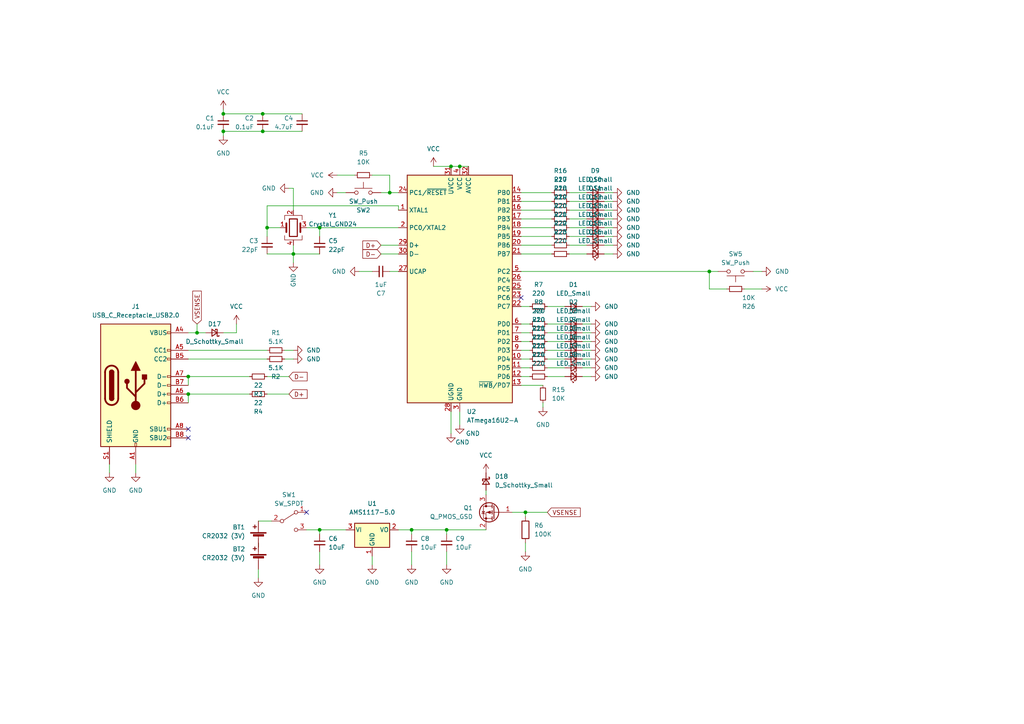
<source format=kicad_sch>
(kicad_sch (version 20211123) (generator eeschema)
  (paper "A4")
  (lib_symbols
    (symbol "Battery_Cell_1" (pin_numbers hide) (pin_names (offset 0) hide)
      (property "Reference" "BT" (at 2.54 2.54 0))
      (property "Value" "Battery_Cell_1" (at 2.54 0 0))
      (symbol "Battery_Cell_1_0_1"
        (rectangle (start -2.286 1.778) (end 2.286 1.524) (fill (type outline)))
        (rectangle (start -1.5748 1.1938) (end 1.4732 0.6858) (fill (type outline)))
        (polyline (pts (xy 0 0.762) (xy 0 0)))
        (polyline (pts (xy 0 1.778) (xy 0 2.54)))
        (polyline (pts (xy 0.508 3.429) (xy 1.524 3.429)) (stroke (width 0.254)))
        (polyline (pts (xy 1.016 3.937) (xy 1.016 2.921)) (stroke (width 0.254)))
      )
      (symbol "Battery_Cell_1_1_1"
        (pin passive line (at 0 5.08 270) (length 2.54) (name "+") (number "1"))
        (pin passive line (at 0 -2.54 90) (length 2.54) (name "-") (number "2"))
      )
    )
    (symbol "Connector:USB_C_Receptacle_USB2.0" (pin_names (offset 1.016))
      (property "Reference" "J" (at -10.16 19.05 0))
      (property "Value" "USB_C_Receptacle_USB2.0" (at 19.05 19.05 0))
      (symbol "USB_C_Receptacle_USB2.0_0_0"
        (rectangle (start -0.254 -17.78) (end 0.254 -16.764))
        (rectangle (start 10.16 -14.986) (end 9.144 -15.494))
        (rectangle (start 10.16 -12.446) (end 9.144 -12.954))
        (rectangle (start 10.16 -4.826) (end 9.144 -5.334))
        (rectangle (start 10.16 -2.286) (end 9.144 -2.794))
        (rectangle (start 10.16 0.254) (end 9.144 -0.254))
        (rectangle (start 10.16 2.794) (end 9.144 2.286))
        (rectangle (start 10.16 7.874) (end 9.144 7.366))
        (rectangle (start 10.16 10.414) (end 9.144 9.906))
        (rectangle (start 10.16 15.494) (end 9.144 14.986))
      )
      (symbol "USB_C_Receptacle_USB2.0_0_1"
        (rectangle (start -10.16 17.78) (end 10.16 -17.78) (stroke (width 0.254)) (fill (type background)))
        (arc (start -8.89 -3.81) (mid -6.985 -5.715) (end -5.08 -3.81) (stroke (width 0.508)))
        (arc (start -7.62 -3.81) (mid -6.985 -4.445) (end -6.35 -3.81) (stroke (width 0.254)))
        (arc (start -7.62 -3.81) (mid -6.985 -4.445) (end -6.35 -3.81) (stroke (width 0.254)) (fill (type outline)))
        (rectangle (start -7.62 -3.81) (end -6.35 3.81) (stroke (width 0.254)) (fill (type outline)))
        (arc (start -6.35 3.81) (mid -6.985 4.445) (end -7.62 3.81) (stroke (width 0.254)))
        (arc (start -6.35 3.81) (mid -6.985 4.445) (end -7.62 3.81) (stroke (width 0.254)) (fill (type outline)))
        (arc (start -5.08 3.81) (mid -6.985 5.715) (end -8.89 3.81) (stroke (width 0.508)))
        (circle (center -2.54 1.143) (radius 0.635) (stroke (width 0.254)) (fill (type outline)))
        (circle (center 0 -5.842) (radius 1.27) (fill (type outline)))
        (polyline (pts (xy -8.89 -3.81) (xy -8.89 3.81)) (stroke (width 0.508)))
        (polyline (pts (xy -5.08 3.81) (xy -5.08 -3.81)) (stroke (width 0.508)))
        (polyline (pts (xy 0 -5.842) (xy 0 4.318)) (stroke (width 0.508)))
        (polyline (pts (xy 0 -3.302) (xy -2.54 -0.762) (xy -2.54 0.508)) (stroke (width 0.508)))
        (polyline (pts (xy 0 -2.032) (xy 2.54 0.508) (xy 2.54 1.778)) (stroke (width 0.508)))
        (polyline (pts (xy -1.27 4.318) (xy 0 6.858) (xy 1.27 4.318) (xy -1.27 4.318)) (stroke (width 0.254)) (fill (type outline)))
        (rectangle (start 1.905 1.778) (end 3.175 3.048) (stroke (width 0.254)) (fill (type outline)))
      )
      (symbol "USB_C_Receptacle_USB2.0_1_1"
        (pin passive line (at 0 -22.86 90) (length 5.08) (name "GND") (number "A1"))
        (pin passive line (at 0 -22.86 90) (length 5.08) hide (name "GND") (number "A12"))
        (pin passive line (at 15.24 15.24 180) (length 5.08) (name "VBUS") (number "A4"))
        (pin bidirectional line (at 15.24 10.16 180) (length 5.08) (name "CC1") (number "A5"))
        (pin bidirectional line (at 15.24 -2.54 180) (length 5.08) (name "D+") (number "A6"))
        (pin bidirectional line (at 15.24 2.54 180) (length 5.08) (name "D-") (number "A7"))
        (pin bidirectional line (at 15.24 -12.7 180) (length 5.08) (name "SBU1") (number "A8"))
        (pin passive line (at 15.24 15.24 180) (length 5.08) hide (name "VBUS") (number "A9"))
        (pin passive line (at 0 -22.86 90) (length 5.08) hide (name "GND") (number "B1"))
        (pin passive line (at 0 -22.86 90) (length 5.08) hide (name "GND") (number "B12"))
        (pin passive line (at 15.24 15.24 180) (length 5.08) hide (name "VBUS") (number "B4"))
        (pin bidirectional line (at 15.24 7.62 180) (length 5.08) (name "CC2") (number "B5"))
        (pin bidirectional line (at 15.24 -5.08 180) (length 5.08) (name "D+") (number "B6"))
        (pin bidirectional line (at 15.24 0 180) (length 5.08) (name "D-") (number "B7"))
        (pin bidirectional line (at 15.24 -15.24 180) (length 5.08) (name "SBU2") (number "B8"))
        (pin passive line (at 15.24 15.24 180) (length 5.08) hide (name "VBUS") (number "B9"))
        (pin passive line (at -7.62 -22.86 90) (length 5.08) (name "SHIELD") (number "S1"))
      )
    )
    (symbol "Device:Battery_Cell" (pin_numbers hide) (pin_names (offset 0) hide)
      (property "Reference" "BT" (at 2.54 2.54 0))
      (property "Value" "Battery_Cell" (at 2.54 0 0))
      (symbol "Battery_Cell_0_1"
        (rectangle (start -2.286 1.778) (end 2.286 1.524) (fill (type outline)))
        (rectangle (start -1.5748 1.1938) (end 1.4732 0.6858) (fill (type outline)))
        (polyline (pts (xy 0 0.762) (xy 0 0)))
        (polyline (pts (xy 0 1.778) (xy 0 2.54)))
        (polyline (pts (xy 0.508 3.429) (xy 1.524 3.429)) (stroke (width 0.254)))
        (polyline (pts (xy 1.016 3.937) (xy 1.016 2.921)) (stroke (width 0.254)))
      )
      (symbol "Battery_Cell_1_1"
        (pin passive line (at 0 5.08 270) (length 2.54) (name "+") (number "1"))
        (pin passive line (at 0 -2.54 90) (length 2.54) (name "-") (number "2"))
      )
    )
    (symbol "Device:C_Small" (pin_numbers hide) (pin_names (offset 0.254) hide)
      (property "Reference" "C" (at 0.254 1.778 0))
      (property "Value" "C_Small" (at 0.254 -2.032 0))
      (symbol "C_Small_0_1"
        (polyline (pts (xy -1.524 -0.508) (xy 1.524 -0.508)) (stroke (width 0.3302)))
        (polyline (pts (xy -1.524 0.508) (xy 1.524 0.508)) (stroke (width 0.3048)))
      )
      (symbol "C_Small_1_1"
        (pin passive line (at 0 2.54 270) (length 2.032) (name "~") (number "1"))
        (pin passive line (at 0 -2.54 90) (length 2.032) (name "~") (number "2"))
      )
    )
    (symbol "Device:Crystal_GND24" (pin_names (offset 1.016) hide)
      (property "Reference" "Y" (at 3.175 5.08 0))
      (property "Value" "Crystal_GND24" (at 3.175 3.175 0))
      (symbol "Crystal_GND24_0_1"
        (rectangle (start -1.143 2.54) (end 1.143 -2.54) (stroke (width 0.3048)))
        (polyline (pts (xy -2.54 0) (xy -2.032 0)))
        (polyline (pts (xy -2.032 -1.27) (xy -2.032 1.27)) (stroke (width 0.508)))
        (polyline (pts (xy 0 -3.81) (xy 0 -3.556)))
        (polyline (pts (xy 0 3.556) (xy 0 3.81)))
        (polyline (pts (xy 2.032 -1.27) (xy 2.032 1.27)) (stroke (width 0.508)))
        (polyline (pts (xy 2.032 0) (xy 2.54 0)))
        (polyline (pts (xy -2.54 -2.286) (xy -2.54 -3.556) (xy 2.54 -3.556) (xy 2.54 -2.286)))
        (polyline (pts (xy -2.54 2.286) (xy -2.54 3.556) (xy 2.54 3.556) (xy 2.54 2.286)))
      )
      (symbol "Crystal_GND24_1_1"
        (pin passive line (at -3.81 0 0) (length 1.27) (name "1") (number "1"))
        (pin passive line (at 0 5.08 270) (length 1.27) (name "2") (number "2"))
        (pin passive line (at 3.81 0 180) (length 1.27) (name "3") (number "3"))
        (pin passive line (at 0 -5.08 90) (length 1.27) (name "4") (number "4"))
      )
    )
    (symbol "Device:D_Schottky_Small" (pin_numbers hide) (pin_names (offset 0.254) hide)
      (property "Reference" "D" (at -1.27 2.032 0))
      (property "Value" "D_Schottky_Small" (at -7.112 -2.032 0))
      (symbol "D_Schottky_Small_0_1"
        (polyline (pts (xy -0.762 0) (xy 0.762 0)))
        (polyline (pts (xy 0.762 -1.016) (xy -0.762 0) (xy 0.762 1.016) (xy 0.762 -1.016)) (stroke (width 0.254)))
        (polyline (pts (xy -1.27 0.762) (xy -1.27 1.016) (xy -0.762 1.016) (xy -0.762 -1.016) (xy -0.254 -1.016) (xy -0.254 -0.762)) (stroke (width 0.254)))
      )
      (symbol "D_Schottky_Small_1_1"
        (pin passive line (at -2.54 0 0) (length 1.778) (name "K") (number "1"))
        (pin passive line (at 2.54 0 180) (length 1.778) (name "A") (number "2"))
      )
    )
    (symbol "Device:LED_Small" (pin_numbers hide) (pin_names (offset 0.254) hide)
      (property "Reference" "D" (at -1.27 3.175 0))
      (property "Value" "LED_Small" (at -4.445 -2.54 0))
      (symbol "LED_Small_0_1"
        (polyline (pts (xy -0.762 -1.016) (xy -0.762 1.016)) (stroke (width 0.254)))
        (polyline (pts (xy 1.016 0) (xy -0.762 0)))
        (polyline (pts (xy 0.762 -1.016) (xy -0.762 0) (xy 0.762 1.016) (xy 0.762 -1.016)) (stroke (width 0.254)))
        (polyline (pts (xy 0 0.762) (xy -0.508 1.27) (xy -0.254 1.27) (xy -0.508 1.27) (xy -0.508 1.016)))
        (polyline (pts (xy 0.508 1.27) (xy 0 1.778) (xy 0.254 1.778) (xy 0 1.778) (xy 0 1.524)))
      )
      (symbol "LED_Small_1_1"
        (pin passive line (at -2.54 0 0) (length 1.778) (name "K") (number "1"))
        (pin passive line (at 2.54 0 180) (length 1.778) (name "A") (number "2"))
      )
    )
    (symbol "Device:Q_PMOS_GSD" (pin_names (offset 0) hide)
      (property "Reference" "Q" (at 5.08 1.27 0))
      (property "Value" "Q_PMOS_GSD" (at 5.08 -1.27 0))
      (symbol "Q_PMOS_GSD_0_1"
        (polyline (pts (xy 0.254 0) (xy -2.54 0)))
        (polyline (pts (xy 0.254 1.905) (xy 0.254 -1.905)) (stroke (width 0.254)))
        (polyline (pts (xy 0.762 -1.27) (xy 0.762 -2.286)) (stroke (width 0.254)))
        (polyline (pts (xy 0.762 0.508) (xy 0.762 -0.508)) (stroke (width 0.254)))
        (polyline (pts (xy 0.762 2.286) (xy 0.762 1.27)) (stroke (width 0.254)))
        (polyline (pts (xy 2.54 2.54) (xy 2.54 1.778)))
        (polyline (pts (xy 2.54 -2.54) (xy 2.54 0) (xy 0.762 0)))
        (polyline (pts (xy 0.762 1.778) (xy 3.302 1.778) (xy 3.302 -1.778) (xy 0.762 -1.778)))
        (polyline (pts (xy 2.286 0) (xy 1.27 0.381) (xy 1.27 -0.381) (xy 2.286 0)) (fill (type outline)))
        (polyline (pts (xy 2.794 -0.508) (xy 2.921 -0.381) (xy 3.683 -0.381) (xy 3.81 -0.254)))
        (polyline (pts (xy 3.302 -0.381) (xy 2.921 0.254) (xy 3.683 0.254) (xy 3.302 -0.381)))
        (circle (center 1.651 0) (radius 2.794) (stroke (width 0.254)))
        (circle (center 2.54 -1.778) (radius 0.254) (fill (type outline)))
        (circle (center 2.54 1.778) (radius 0.254) (fill (type outline)))
      )
      (symbol "Q_PMOS_GSD_1_1"
        (pin input line (at -5.08 0 0) (length 2.54) (name "G") (number "1"))
        (pin passive line (at 2.54 -5.08 90) (length 2.54) (name "S") (number "2"))
        (pin passive line (at 2.54 5.08 270) (length 2.54) (name "D") (number "3"))
      )
    )
    (symbol "Device:R" (pin_numbers hide) (pin_names (offset 0))
      (property "Reference" "R" (at 2.032 0 90))
      (property "Value" "R" (at 0 0 90))
      (symbol "R_0_1"
        (rectangle (start -1.016 -2.54) (end 1.016 2.54) (stroke (width 0.254)))
      )
      (symbol "R_1_1"
        (pin passive line (at 0 3.81 270) (length 1.27) (name "~") (number "1"))
        (pin passive line (at 0 -3.81 90) (length 1.27) (name "~") (number "2"))
      )
    )
    (symbol "Device:R_Small" (pin_numbers hide) (pin_names (offset 0.254) hide)
      (property "Reference" "R" (at 0.762 0.508 0))
      (property "Value" "R_Small" (at 0.762 -1.016 0))
      (symbol "R_Small_0_1"
        (rectangle (start -0.762 1.778) (end 0.762 -1.778) (stroke (width 0.2032)))
      )
      (symbol "R_Small_1_1"
        (pin passive line (at 0 2.54 270) (length 0.762) (name "~") (number "1"))
        (pin passive line (at 0 -2.54 90) (length 0.762) (name "~") (number "2"))
      )
    )
    (symbol "MCU_Microchip_ATmega:ATmega16U2-A"
      (property "Reference" "U" (at -15.24 34.29 0))
      (property "Value" "ATmega16U2-A" (at 2.54 -34.29 0))
      (symbol "ATmega16U2-A_0_1"
        (rectangle (start -15.24 -33.02) (end 15.24 33.02) (stroke (width 0.254)) (fill (type background)))
      )
      (symbol "ATmega16U2-A_1_1"
        (pin input line (at -17.78 22.86 0) (length 2.54) (name "XTAL1") (number "1"))
        (pin bidirectional line (at 17.78 -20.32 180) (length 2.54) (name "PD4") (number "10"))
        (pin bidirectional line (at 17.78 -22.86 180) (length 2.54) (name "PD5") (number "11"))
        (pin bidirectional line (at 17.78 -25.4 180) (length 2.54) (name "PD6") (number "12"))
        (pin bidirectional line (at 17.78 -27.94 180) (length 2.54) (name "~{HWB}/PD7") (number "13"))
        (pin bidirectional line (at 17.78 27.94 180) (length 2.54) (name "PB0") (number "14"))
        (pin bidirectional line (at 17.78 25.4 180) (length 2.54) (name "PB1") (number "15"))
        (pin bidirectional line (at 17.78 22.86 180) (length 2.54) (name "PB2") (number "16"))
        (pin bidirectional line (at 17.78 20.32 180) (length 2.54) (name "PB3") (number "17"))
        (pin bidirectional line (at 17.78 17.78 180) (length 2.54) (name "PB4") (number "18"))
        (pin bidirectional line (at 17.78 15.24 180) (length 2.54) (name "PB5") (number "19"))
        (pin bidirectional line (at -17.78 17.78 0) (length 2.54) (name "PC0/XTAL2") (number "2"))
        (pin bidirectional line (at 17.78 12.7 180) (length 2.54) (name "PB6") (number "20"))
        (pin bidirectional line (at 17.78 10.16 180) (length 2.54) (name "PB7") (number "21"))
        (pin bidirectional line (at 17.78 -5.08 180) (length 2.54) (name "PC7") (number "22"))
        (pin bidirectional line (at 17.78 -2.54 180) (length 2.54) (name "PC6") (number "23"))
        (pin bidirectional line (at -17.78 27.94 0) (length 2.54) (name "PC1/~{RESET}") (number "24"))
        (pin bidirectional line (at 17.78 0 180) (length 2.54) (name "PC5") (number "25"))
        (pin bidirectional line (at 17.78 2.54 180) (length 2.54) (name "PC4") (number "26"))
        (pin passive line (at -17.78 5.08 0) (length 2.54) (name "UCAP") (number "27"))
        (pin power_in line (at -2.54 -35.56 90) (length 2.54) (name "UGND") (number "28"))
        (pin bidirectional line (at -17.78 12.7 0) (length 2.54) (name "D+") (number "29"))
        (pin power_in line (at 0 -35.56 90) (length 2.54) (name "GND") (number "3"))
        (pin bidirectional line (at -17.78 10.16 0) (length 2.54) (name "D-") (number "30"))
        (pin power_in line (at -2.54 35.56 270) (length 2.54) (name "UVCC") (number "31"))
        (pin power_in line (at 2.54 35.56 270) (length 2.54) (name "AVCC") (number "32"))
        (pin power_in line (at 0 35.56 270) (length 2.54) (name "VCC") (number "4"))
        (pin bidirectional line (at 17.78 5.08 180) (length 2.54) (name "PC2") (number "5"))
        (pin bidirectional line (at 17.78 -10.16 180) (length 2.54) (name "PD0") (number "6"))
        (pin bidirectional line (at 17.78 -12.7 180) (length 2.54) (name "PD1") (number "7"))
        (pin bidirectional line (at 17.78 -15.24 180) (length 2.54) (name "PD2") (number "8"))
        (pin bidirectional line (at 17.78 -17.78 180) (length 2.54) (name "PD3") (number "9"))
      )
    )
    (symbol "Regulator_Linear:AMS1117-5.0" (pin_names (offset 0.254))
      (property "Reference" "U" (at -3.81 3.175 0))
      (property "Value" "AMS1117-5.0" (at 0 3.175 0))
      (symbol "AMS1117-5.0_0_1"
        (rectangle (start -5.08 -5.08) (end 5.08 1.905) (stroke (width 0.254)) (fill (type background)))
      )
      (symbol "AMS1117-5.0_1_1"
        (pin power_in line (at 0 -7.62 90) (length 2.54) (name "GND") (number "1"))
        (pin power_out line (at 7.62 0 180) (length 2.54) (name "VO") (number "2"))
        (pin power_in line (at -7.62 0 0) (length 2.54) (name "VI") (number "3"))
      )
    )
    (symbol "SW_Push_1" (pin_numbers hide) (pin_names (offset 1.016) hide)
      (property "Reference" "SW" (at 1.27 2.54 0))
      (property "Value" "SW_Push_1" (at 0 -1.524 0))
      (symbol "SW_Push_1_0_1"
        (circle (center -2.032 0) (radius 0.508))
        (polyline (pts (xy 0 1.27) (xy 0 3.048)))
        (polyline (pts (xy 2.54 1.27) (xy -2.54 1.27)))
        (circle (center 2.032 0) (radius 0.508))
        (pin passive line (at -5.08 0 0) (length 2.54) (name "1") (number "1"))
        (pin passive line (at 5.08 0 180) (length 2.54) (name "2") (number "2"))
      )
    )
    (symbol "Switch:SW_Push" (pin_numbers hide) (pin_names (offset 1.016) hide)
      (property "Reference" "SW" (at 1.27 2.54 0))
      (property "Value" "SW_Push" (at 0 -1.524 0))
      (symbol "SW_Push_0_1"
        (circle (center -2.032 0) (radius 0.508))
        (polyline (pts (xy 0 1.27) (xy 0 3.048)))
        (polyline (pts (xy 2.54 1.27) (xy -2.54 1.27)))
        (circle (center 2.032 0) (radius 0.508))
        (pin passive line (at -5.08 0 0) (length 2.54) (name "1") (number "1"))
        (pin passive line (at 5.08 0 180) (length 2.54) (name "2") (number "2"))
      )
    )
    (symbol "Switch:SW_SPDT" (pin_names (offset 0) hide)
      (property "Reference" "SW" (at 0 4.318 0))
      (property "Value" "SW_SPDT" (at 0 -5.08 0))
      (symbol "SW_SPDT_0_0"
        (circle (center -2.032 0) (radius 0.508))
        (circle (center 2.032 -2.54) (radius 0.508))
      )
      (symbol "SW_SPDT_0_1"
        (polyline (pts (xy -1.524 0.254) (xy 1.651 2.286)))
        (circle (center 2.032 2.54) (radius 0.508))
      )
      (symbol "SW_SPDT_1_1"
        (pin passive line (at 5.08 2.54 180) (length 2.54) (name "A") (number "1"))
        (pin passive line (at -5.08 0 0) (length 2.54) (name "B") (number "2"))
        (pin passive line (at 5.08 -2.54 180) (length 2.54) (name "C") (number "3"))
      )
    )
    (symbol "power:GND" (power) (pin_names (offset 0))
      (property "Value" "GND" (at 0 -3.81 0))
      (symbol "GND_0_1"
        (polyline (pts (xy 0 0) (xy 0 -1.27) (xy 1.27 -1.27) (xy 0 -2.54) (xy -1.27 -1.27) (xy 0 -1.27)))
      )
      (symbol "GND_1_1"
        (pin power_in line (at 0 0 270) (length 0) hide (name "GND") (number "1"))
      )
    )
    (symbol "power:VCC" (power) (pin_names (offset 0))
      (property "Value" "VCC" (at 0 3.81 0))
      (symbol "VCC_0_1"
        (polyline (pts (xy -0.762 1.27) (xy 0 2.54)))
        (polyline (pts (xy 0 0) (xy 0 2.54)))
        (polyline (pts (xy 0 2.54) (xy 0.762 1.27)))
      )
      (symbol "VCC_1_1"
        (pin power_in line (at 0 0 90) (length 0) hide (name "VCC") (number "1"))
      )
    )
  )
  (junction (at 130.81 48.26))
  (junction (at 205.74 78.74))
  (junction (at 92.71 66.04))
  (junction (at 54.61 114.3))
  (junction (at 85.09 73.66))
  (junction (at 152.4 148.59))
  (junction (at 77.47 66.04))
  (junction (at 113.03 55.88))
  (junction (at 119.38 153.67))
  (junction (at 76.2 33.02))
  (junction (at 92.71 153.67))
  (junction (at 133.35 48.26))
  (junction (at 64.77 33.02))
  (junction (at 76.2 38.1))
  (junction (at 64.77 38.1))
  (junction (at 54.61 109.22))
  (junction (at 57.15 96.52))
  (junction (at 129.54 153.67))
  (no_connect (at 151.13 86.36))
  (no_connect (at 88.9 148.59))
  (no_connect (at 54.61 127))
  (no_connect (at 54.61 124.46))
  (wire (pts (xy 113.03 55.88) (xy 113.03 50.8)))
  (wire (pts (xy 152.4 157.48) (xy 152.4 160.02)))
  (wire (pts (xy 157.48 116.84) (xy 157.48 118.11)))
  (wire (pts (xy 85.09 73.66) (xy 92.71 73.66)))
  (wire (pts (xy 133.35 119.38) (xy 133.35 123.19)))
  (wire (pts (xy 175.26 58.42) (xy 177.8 58.42)))
  (wire (pts (xy 88.9 153.67) (xy 92.71 153.67)))
  (wire (pts (xy 97.79 55.88) (xy 100.33 55.88)))
  (wire (pts (xy 151.13 93.98) (xy 153.67 93.98)))
  (wire (pts (xy 57.15 96.52) (xy 59.69 96.52)))
  (wire (pts (xy 57.15 93.98) (xy 57.15 96.52)))
  (wire (pts (xy 76.2 38.1) (xy 87.63 38.1)))
  (wire (pts (xy 151.13 99.06) (xy 153.67 99.06)))
  (wire (pts (xy 151.13 68.58) (xy 160.02 68.58)))
  (wire (pts (xy 85.09 60.96) (xy 85.09 54.61)))
  (wire (pts (xy 119.38 153.67) (xy 129.54 153.67)))
  (wire (pts (xy 54.61 114.3) (xy 54.61 116.84)))
  (wire (pts (xy 74.93 158.75) (xy 74.93 157.48)))
  (wire (pts (xy 168.91 99.06) (xy 171.45 99.06)))
  (wire (pts (xy 85.09 71.12) (xy 85.09 73.66)))
  (wire (pts (xy 165.1 68.58) (xy 170.18 68.58)))
  (wire (pts (xy 77.47 59.69) (xy 115.57 59.69)))
  (wire (pts (xy 113.03 78.74) (xy 115.57 78.74)))
  (wire (pts (xy 110.49 55.88) (xy 113.03 55.88)))
  (wire (pts (xy 165.1 71.12) (xy 170.18 71.12)))
  (wire (pts (xy 151.13 58.42) (xy 160.02 58.42)))
  (wire (pts (xy 149.86 83.82) (xy 151.13 83.82)))
  (wire (pts (xy 175.26 71.12) (xy 177.8 71.12)))
  (wire (pts (xy 151.13 96.52) (xy 153.67 96.52)))
  (wire (pts (xy 92.71 160.02) (xy 92.71 163.83)))
  (wire (pts (xy 151.13 78.74) (xy 205.74 78.74)))
  (wire (pts (xy 133.35 48.26) (xy 135.89 48.26)))
  (wire (pts (xy 158.75 96.52) (xy 163.83 96.52)))
  (wire (pts (xy 151.13 88.9) (xy 153.67 88.9)))
  (wire (pts (xy 68.58 93.98) (xy 68.58 96.52)))
  (wire (pts (xy 158.75 99.06) (xy 163.83 99.06)))
  (wire (pts (xy 110.49 71.12) (xy 115.57 71.12)))
  (wire (pts (xy 152.4 149.86) (xy 152.4 148.59)))
  (wire (pts (xy 97.79 50.8) (xy 102.87 50.8)))
  (wire (pts (xy 175.26 60.96) (xy 177.8 60.96)))
  (wire (pts (xy 64.77 33.02) (xy 76.2 33.02)))
  (wire (pts (xy 148.59 148.59) (xy 152.4 148.59)))
  (wire (pts (xy 152.4 148.59) (xy 158.75 148.59)))
  (wire (pts (xy 151.13 104.14) (xy 153.67 104.14)))
  (wire (pts (xy 125.73 48.26) (xy 130.81 48.26)))
  (wire (pts (xy 82.55 101.6) (xy 85.09 101.6)))
  (wire (pts (xy 119.38 160.02) (xy 119.38 163.83)))
  (wire (pts (xy 151.13 73.66) (xy 160.02 73.66)))
  (wire (pts (xy 54.61 109.22) (xy 54.61 111.76)))
  (wire (pts (xy 85.09 76.2) (xy 85.09 73.66)))
  (wire (pts (xy 168.91 88.9) (xy 171.45 88.9)))
  (wire (pts (xy 151.13 63.5) (xy 160.02 63.5)))
  (wire (pts (xy 104.14 78.74) (xy 107.95 78.74)))
  (wire (pts (xy 158.75 106.68) (xy 163.83 106.68)))
  (wire (pts (xy 168.91 96.52) (xy 171.45 96.52)))
  (wire (pts (xy 115.57 59.69) (xy 115.57 60.96)))
  (wire (pts (xy 158.75 88.9) (xy 163.83 88.9)))
  (wire (pts (xy 54.61 109.22) (xy 72.39 109.22)))
  (wire (pts (xy 77.47 109.22) (xy 83.82 109.22)))
  (wire (pts (xy 76.2 33.02) (xy 87.63 33.02)))
  (wire (pts (xy 151.13 111.76) (xy 157.48 111.76)))
  (wire (pts (xy 130.81 48.26) (xy 133.35 48.26)))
  (wire (pts (xy 64.77 38.1) (xy 76.2 38.1)))
  (wire (pts (xy 77.47 68.58) (xy 77.47 66.04)))
  (wire (pts (xy 115.57 153.67) (xy 119.38 153.67)))
  (wire (pts (xy 175.26 66.04) (xy 177.8 66.04)))
  (wire (pts (xy 165.1 66.04) (xy 170.18 66.04)))
  (wire (pts (xy 158.75 109.22) (xy 163.83 109.22)))
  (wire (pts (xy 158.75 104.14) (xy 163.83 104.14)))
  (wire (pts (xy 151.13 106.68) (xy 153.67 106.68)))
  (wire (pts (xy 110.49 73.66) (xy 115.57 73.66)))
  (wire (pts (xy 113.03 50.8) (xy 107.95 50.8)))
  (wire (pts (xy 151.13 55.88) (xy 160.02 55.88)))
  (wire (pts (xy 168.91 104.14) (xy 171.45 104.14)))
  (wire (pts (xy 54.61 104.14) (xy 77.47 104.14)))
  (wire (pts (xy 175.26 55.88) (xy 177.8 55.88)))
  (wire (pts (xy 220.98 83.82) (xy 215.9 83.82)))
  (wire (pts (xy 119.38 153.67) (xy 119.38 154.94)))
  (wire (pts (xy 168.91 93.98) (xy 171.45 93.98)))
  (wire (pts (xy 158.75 101.6) (xy 163.83 101.6)))
  (wire (pts (xy 39.37 134.62) (xy 39.37 137.16)))
  (wire (pts (xy 151.13 60.96) (xy 160.02 60.96)))
  (wire (pts (xy 54.61 96.52) (xy 57.15 96.52)))
  (wire (pts (xy 168.91 109.22) (xy 171.45 109.22)))
  (wire (pts (xy 205.74 78.74) (xy 205.74 83.82)))
  (wire (pts (xy 74.93 151.13) (xy 78.74 151.13)))
  (wire (pts (xy 175.26 73.66) (xy 177.8 73.66)))
  (wire (pts (xy 208.28 78.74) (xy 205.74 78.74)))
  (wire (pts (xy 85.09 54.61) (xy 83.82 54.61)))
  (wire (pts (xy 151.13 101.6) (xy 153.67 101.6)))
  (wire (pts (xy 107.95 161.29) (xy 107.95 163.83)))
  (wire (pts (xy 54.61 114.3) (xy 72.39 114.3)))
  (wire (pts (xy 129.54 153.67) (xy 140.97 153.67)))
  (wire (pts (xy 64.77 96.52) (xy 68.58 96.52)))
  (wire (pts (xy 113.03 55.88) (xy 115.57 55.88)))
  (wire (pts (xy 165.1 63.5) (xy 170.18 63.5)))
  (wire (pts (xy 165.1 60.96) (xy 170.18 60.96)))
  (wire (pts (xy 130.81 119.38) (xy 130.81 125.73)))
  (wire (pts (xy 77.47 114.3) (xy 83.82 114.3)))
  (wire (pts (xy 92.71 66.04) (xy 92.71 68.58)))
  (wire (pts (xy 165.1 73.66) (xy 170.18 73.66)))
  (wire (pts (xy 54.61 101.6) (xy 77.47 101.6)))
  (wire (pts (xy 31.75 134.62) (xy 31.75 137.16)))
  (wire (pts (xy 151.13 71.12) (xy 160.02 71.12)))
  (wire (pts (xy 92.71 66.04) (xy 115.57 66.04)))
  (wire (pts (xy 168.91 106.68) (xy 171.45 106.68)))
  (wire (pts (xy 77.47 66.04) (xy 81.28 66.04)))
  (wire (pts (xy 64.77 38.1) (xy 64.77 39.37)))
  (wire (pts (xy 88.9 66.04) (xy 92.71 66.04)))
  (wire (pts (xy 175.26 68.58) (xy 177.8 68.58)))
  (wire (pts (xy 165.1 55.88) (xy 170.18 55.88)))
  (wire (pts (xy 129.54 160.02) (xy 129.54 163.83)))
  (wire (pts (xy 74.93 165.1) (xy 74.93 167.64)))
  (wire (pts (xy 205.74 83.82) (xy 210.82 83.82)))
  (wire (pts (xy 158.75 93.98) (xy 163.83 93.98)))
  (wire (pts (xy 77.47 66.04) (xy 77.47 59.69)))
  (wire (pts (xy 220.98 78.74) (xy 218.44 78.74)))
  (wire (pts (xy 82.55 104.14) (xy 85.09 104.14)))
  (wire (pts (xy 64.77 31.75) (xy 64.77 33.02)))
  (wire (pts (xy 175.26 63.5) (xy 177.8 63.5)))
  (wire (pts (xy 165.1 58.42) (xy 170.18 58.42)))
  (wire (pts (xy 92.71 154.94) (xy 92.71 153.67)))
  (wire (pts (xy 151.13 109.22) (xy 153.67 109.22)))
  (wire (pts (xy 168.91 101.6) (xy 171.45 101.6)))
  (wire (pts (xy 77.47 73.66) (xy 85.09 73.66)))
  (wire (pts (xy 140.97 142.24) (xy 140.97 143.51)))
  (wire (pts (xy 151.13 66.04) (xy 160.02 66.04)))
  (wire (pts (xy 92.71 153.67) (xy 100.33 153.67)))
  (wire (pts (xy 129.54 154.94) (xy 129.54 153.67)))
  (global_label "D-" (shape input) (at 83.82 109.22 0) (property "Intersheet References" "${INTERSHEET_REFS}" (effects hide)))
  (global_label "D-" (shape input) (at 110.49 73.66 180) (property "Intersheet References" "${INTERSHEET_REFS}" (effects hide)))
  (global_label "D+" (shape input) (at 83.82 114.3 0) (property "Intersheet References" "${INTERSHEET_REFS}" (effects hide)))
  (global_label "VSENSE" (shape input) (at 57.15 93.98 90) (property "Intersheet References" "${INTERSHEET_REFS}" (effects hide)))
  (global_label "D+" (shape input) (at 110.49 71.12 180) (property "Intersheet References" "${INTERSHEET_REFS}" (effects hide)))
  (global_label "VSENSE" (shape input) (at 158.75 148.59 0) (property "Intersheet References" "${INTERSHEET_REFS}" (effects hide)))
  (symbol (lib_id "power:VCC") (at 68.58 93.98 0) (unit 1)
    (property "Reference" "#PWR0134" (effects hide))
    (property "Value" "VCC" (at 68.58 88.9 0))
  )
  (symbol (lib_id "power:GND") (at 177.8 66.04 90) (unit 1)
    (property "Reference" "#PWR0112" (effects hide))
    (property "Value" "GND" (at 181.61 66.0399 90) (effects (justify right)))
  )
  (symbol (lib_id "Device:R") (at 152.4 153.67 0) (unit 1)
    (property "Reference" "R6" (at 154.94 152.3999 0) (effects (justify left)))
    (property "Value" "100K" (at 154.94 154.9399 0) (effects (justify left)))
    (property "Footprint" "Resistor_SMD:R_0603_1608Metric" (effects hide))
  )
  (symbol (lib_id "Device:LED_Small") (at 166.37 88.9 180) (unit 1)
    (property "Reference" "D1" (at 166.3065 82.55 0))
    (property "Value" "LED_Small" (at 166.3065 85.09 0))
    (property "Footprint" "LED_SMD:LED_0805_2012Metric" (effects hide))
  )
  (symbol (lib_id "Device:LED_Small") (at 172.72 60.96 180) (unit 1)
    (property "Reference" "D11" (at 172.6565 54.61 0))
    (property "Value" "LED_Small" (at 172.6565 57.15 0))
    (property "Footprint" "LED_SMD:LED_0805_2012Metric" (effects hide))
  )
  (symbol (lib_id "Device:R_Small") (at 156.21 106.68 270) (unit 1)
    (property "Reference" "R13" (at 156.21 100.33 90))
    (property "Value" "220" (at 156.21 102.87 90))
    (property "Footprint" "Resistor_SMD:R_0603_1608Metric" (effects hide))
  )
  (symbol (lib_id "power:GND") (at 157.48 118.11 0) (unit 1)
    (property "Reference" "#PWR0124" (effects hide))
    (property "Value" "GND" (at 157.48 123.19 0))
  )
  (symbol (lib_id "Device:R_Small") (at 105.41 50.8 90) (unit 1)
    (property "Reference" "R5" (at 105.41 44.45 90))
    (property "Value" "10K" (at 105.41 46.99 90))
    (property "Footprint" "Resistor_SMD:R_0603_1608Metric" (effects hide))
  )
  (symbol (lib_id "Device:C_Small") (at 87.63 35.56 0) (mirror y) (unit 1)
    (property "Reference" "C4" (at 85.09 34.2962 0) (effects (justify left)))
    (property "Value" "4.7uF" (at 85.09 36.8362 0) (effects (justify left)))
    (property "Footprint" "Capacitor_SMD:C_0603_1608Metric" (effects hide))
  )
  (symbol (lib_id "Device:LED_Small") (at 172.72 71.12 180) (unit 1)
    (property "Reference" "D15" (at 172.6565 64.77 0))
    (property "Value" "LED_Small" (at 172.6565 67.31 0))
    (property "Footprint" "LED_SMD:LED_0805_2012Metric" (effects hide))
  )
  (symbol (lib_id "Device:LED_Small") (at 172.72 73.66 180) (unit 1)
    (property "Reference" "D16" (at 172.6565 67.31 0))
    (property "Value" "LED_Small" (at 172.6565 69.85 0))
    (property "Footprint" "LED_SMD:LED_0805_2012Metric" (effects hide))
  )
  (symbol (lib_id "power:GND") (at 177.8 68.58 90) (unit 1)
    (property "Reference" "#PWR0109" (effects hide))
    (property "Value" "GND" (at 181.61 68.5799 90) (effects (justify right)))
  )
  (symbol (lib_id "power:GND") (at 85.09 104.14 90) (unit 1)
    (property "Reference" "#PWR0137" (effects hide))
    (property "Value" "GND" (at 88.9 104.1399 90) (effects (justify right)))
  )
  (symbol (lib_id "power:VCC") (at 64.77 31.75 0) (unit 1)
    (property "Reference" "#PWR0133" (effects hide))
    (property "Value" "VCC" (at 64.77 26.67 0))
  )
  (symbol (lib_id "Device:R_Small") (at 213.36 83.82 270) (unit 1)
    (property "Reference" "R26" (at 217.17 88.9 90))
    (property "Value" "10K" (at 217.17 86.36 90))
    (property "Footprint" "Resistor_SMD:R_0603_1608Metric" (effects hide))
  )
  (symbol (lib_id "Device:LED_Small") (at 166.37 106.68 180) (unit 1)
    (property "Reference" "D7" (at 166.3065 100.33 0))
    (property "Value" "LED_Small" (at 166.3065 102.87 0))
    (property "Footprint" "LED_SMD:LED_0805_2012Metric" (effects hide))
  )
  (symbol (lib_id "power:GND") (at 64.77 39.37 0) (unit 1)
    (property "Reference" "#PWR0132" (effects hide))
    (property "Value" "GND" (at 64.77 44.45 0))
  )
  (symbol (lib_id "power:GND") (at 177.8 60.96 90) (unit 1)
    (property "Reference" "#PWR0111" (effects hide))
    (property "Value" "GND" (at 181.61 60.9599 90) (effects (justify right)))
  )
  (symbol (lib_id "Device:R_Small") (at 156.21 109.22 270) (unit 1)
    (property "Reference" "R14" (at 156.21 102.87 90))
    (property "Value" "220" (at 156.21 105.41 90))
    (property "Footprint" "Resistor_SMD:R_0603_1608Metric" (effects hide))
  )
  (symbol (lib_id "Device:R_Small") (at 162.56 68.58 270) (unit 1)
    (property "Reference" "R21" (at 162.56 62.23 90))
    (property "Value" "220" (at 162.56 64.77 90))
    (property "Footprint" "Resistor_SMD:R_0603_1608Metric" (effects hide))
  )
  (symbol (lib_id "power:GND") (at 31.75 137.16 0) (unit 1)
    (property "Reference" "#PWR0135" (effects hide))
    (property "Value" "GND" (at 31.75 142.24 0))
  )
  (symbol (lib_id "power:VCC") (at 125.73 48.26 0) (unit 1)
    (property "Reference" "#PWR0143" (effects hide))
    (property "Value" "VCC" (at 125.73 43.18 0))
  )
  (symbol (lib_id "Device:R_Small") (at 162.56 60.96 270) (unit 1)
    (property "Reference" "R18" (at 162.56 54.61 90))
    (property "Value" "220" (at 162.56 57.15 90))
    (property "Footprint" "Resistor_SMD:R_0603_1608Metric" (effects hide))
  )
  (symbol (lib_id "power:GND") (at 130.81 125.73 0) (unit 1)
    (property "Reference" "#PWR0123" (effects hide))
    (property "Value" "GND" (at 132.08 128.27 0) (effects (justify left)))
  )
  (symbol (lib_id "Device:Crystal_GND24") (at 85.09 66.04 0) (unit 1)
    (property "Reference" "Y1" (at 96.52 62.4586 0))
    (property "Value" "Crystal_GND24" (at 96.52 64.9986 0))
    (property "Footprint" "Crystal:Crystal_SMD_3225-4Pin_3.2x2.5mm" (effects hide))
    (property "LCSC" "C13738" (effects hide))
  )
  (symbol (lib_id "Device:LED_Small") (at 172.72 58.42 180) (unit 1)
    (property "Reference" "D10" (at 172.6565 52.07 0))
    (property "Value" "LED_Small" (at 172.6565 54.61 0))
    (property "Footprint" "LED_SMD:LED_0805_2012Metric" (effects hide))
  )
  (symbol (lib_id "Device:D_Schottky_Small") (at 140.97 139.7 270) (unit 1)
    (property "Reference" "D18" (at 143.51 138.1759 90) (effects (justify left)))
    (property "Value" "D_Schottky_Small" (at 143.51 140.7159 90) (effects (justify left)))
    (property "Footprint" "Diode_SMD:D_0603_1608Metric" (effects hide))
  )
  (symbol (lib_id "Device:C_Small") (at 77.47 71.12 0) (mirror y) (unit 1)
    (property "Reference" "C3" (at 74.93 69.8562 0) (effects (justify left)))
    (property "Value" "22pF" (at 74.93 72.3962 0) (effects (justify left)))
    (property "Footprint" "Capacitor_SMD:C_0603_1608Metric" (effects hide))
  )
  (symbol (lib_id "Device:R_Small") (at 162.56 66.04 270) (unit 1)
    (property "Reference" "R20" (at 162.56 59.69 90))
    (property "Value" "220" (at 162.56 62.23 90))
    (property "Footprint" "Resistor_SMD:R_0603_1608Metric" (effects hide))
  )
  (symbol (lib_id "power:GND") (at 129.54 163.83 0) (unit 1)
    (property "Reference" "#PWR0144" (effects hide))
    (property "Value" "GND" (at 129.54 168.91 0))
  )
  (symbol (lib_id "power:GND") (at 220.98 78.74 90) (unit 1)
    (property "Reference" "#PWR0104" (effects hide))
    (property "Value" "GND" (at 224.79 78.7401 90) (effects (justify right)))
  )
  (symbol (lib_id "power:GND") (at 177.8 55.88 90) (unit 1)
    (property "Reference" "#PWR0108" (effects hide))
    (property "Value" "GND" (at 181.61 55.8799 90) (effects (justify right)))
  )
  (symbol (lib_id "Device:R_Small") (at 156.21 93.98 270) (unit 1)
    (property "Reference" "R8" (at 156.21 87.63 90))
    (property "Value" "220" (at 156.21 90.17 90))
    (property "Footprint" "Resistor_SMD:R_0603_1608Metric" (effects hide))
  )
  (symbol (lib_id "power:GND") (at 119.38 163.83 0) (unit 1)
    (property "Reference" "#PWR0128" (effects hide))
    (property "Value" "GND" (at 119.38 168.91 0))
  )
  (symbol (lib_id "Device:LED_Small") (at 166.37 104.14 180) (unit 1)
    (property "Reference" "D6" (at 166.3065 97.79 0))
    (property "Value" "LED_Small" (at 166.3065 100.33 0))
    (property "Footprint" "LED_SMD:LED_0805_2012Metric" (effects hide))
  )
  (symbol (lib_id "power:GND") (at 171.45 106.68 90) (unit 1)
    (property "Reference" "#PWR0117" (effects hide))
    (property "Value" "GND" (at 175.26 106.6799 90) (effects (justify right)))
  )
  (symbol (lib_id "Device:C_Small") (at 119.38 157.48 0) (unit 1)
    (property "Reference" "C8" (at 121.92 156.2162 0) (effects (justify left)))
    (property "Value" "10uF" (at 121.92 158.7562 0) (effects (justify left)))
    (property "Footprint" "Capacitor_Tantalum_SMD:CP_EIA-3216-18_Kemet-A" (effects hide))
    (property "LCSC" "C7171" (effects hide))
    (property "JLCRotOffset" "180" (effects hide))
  )
  (symbol (lib_name "SW_Push_1") (lib_id "Switch:SW_Push") (at 105.41 55.88 0) (unit 1)
    (property "Reference" "SW2" (at 105.41 60.96 0))
    (property "Value" "SW_Push" (at 105.41 58.42 0))
    (property "Footprint" "Footprints:SW_TS-1187A-B-A-B" (effects hide))
    (property "LCSC" "C318884" (effects hide))
  )
  (symbol (lib_id "power:GND") (at 85.09 76.2 0) (unit 1)
    (property "Reference" "#PWR0141" (effects hide))
    (property "Value" "GND" (at 85.09 81.28 90))
  )
  (symbol (lib_id "power:VCC") (at 140.97 137.16 0) (mirror y) (unit 1)
    (property "Reference" "#PWR0127" (effects hide))
    (property "Value" "VCC" (at 140.97 132.08 0))
  )
  (symbol (lib_id "Switch:SW_Push") (at 213.36 78.74 180) (unit 1)
    (property "Reference" "SW5" (at 213.36 73.66 0))
    (property "Value" "SW_Push" (at 213.36 76.2 0))
    (property "Footprint" "Footprints:SW_TS-1187A-B-A-B" (effects hide))
    (property "LCSC" "C318884" (effects hide))
  )
  (symbol (lib_id "Device:R_Small") (at 74.93 114.3 90) (unit 1)
    (property "Reference" "R4" (at 74.93 119.38 90))
    (property "Value" "22" (at 74.93 116.84 90))
    (property "Footprint" "Resistor_SMD:R_0603_1608Metric" (effects hide))
  )
  (symbol (lib_id "power:GND") (at 107.95 163.83 0) (unit 1)
    (property "Reference" "#PWR0129" (effects hide))
    (property "Value" "GND" (at 107.95 168.91 0))
  )
  (symbol (lib_id "Device:R_Small") (at 74.93 109.22 90) (unit 1)
    (property "Reference" "R3" (at 74.93 114.3 90))
    (property "Value" "22" (at 74.93 111.76 90))
    (property "Footprint" "Resistor_SMD:R_0603_1608Metric" (effects hide))
  )
  (symbol (lib_id "Device:D_Schottky_Small") (at 62.23 96.52 180) (unit 1)
    (property "Reference" "D17" (at 62.23 93.98 0))
    (property "Value" "D_Schottky_Small" (at 62.23 99.06 0))
    (property "Footprint" "Diode_SMD:D_0603_1608Metric" (effects hide))
  )
  (symbol (lib_id "Device:R_Small") (at 157.48 114.3 180) (unit 1)
    (property "Reference" "R15" (at 160.02 113.0299 0) (effects (justify right)))
    (property "Value" "10K" (at 160.02 115.5699 0) (effects (justify right)))
    (property "Footprint" "Resistor_SMD:R_0603_1608Metric" (effects hide))
  )
  (symbol (lib_id "Device:C_Small") (at 64.77 35.56 0) (mirror y) (unit 1)
    (property "Reference" "C1" (at 62.23 34.2962 0) (effects (justify left)))
    (property "Value" "0.1uF" (at 62.23 36.8362 0) (effects (justify left)))
    (property "Footprint" "Capacitor_SMD:C_0603_1608Metric" (effects hide))
  )
  (symbol (lib_id "Device:R_Small") (at 162.56 71.12 270) (unit 1)
    (property "Reference" "R22" (at 162.56 64.77 90))
    (property "Value" "220" (at 162.56 67.31 90))
    (property "Footprint" "Resistor_SMD:R_0603_1608Metric" (effects hide))
  )
  (symbol (lib_id "power:GND") (at 85.09 101.6 90) (unit 1)
    (property "Reference" "#PWR0138" (effects hide))
    (property "Value" "GND" (at 88.9 101.5999 90) (effects (justify right)))
  )
  (symbol (lib_id "power:GND") (at 133.35 123.19 0) (unit 1)
    (property "Reference" "#PWR0125" (effects hide))
    (property "Value" "GND" (at 137.16 125.73 0))
  )
  (symbol (lib_id "Device:R_Small") (at 156.21 88.9 270) (unit 1)
    (property "Reference" "R7" (at 156.21 82.55 90))
    (property "Value" "220" (at 156.21 85.09 90))
    (property "Footprint" "Resistor_SMD:R_0603_1608Metric" (effects hide))
  )
  (symbol (lib_id "Device:LED_Small") (at 172.72 63.5 180) (unit 1)
    (property "Reference" "D12" (at 172.6565 57.15 0))
    (property "Value" "LED_Small" (at 172.6565 59.69 0))
    (property "Footprint" "LED_SMD:LED_0805_2012Metric" (effects hide))
  )
  (symbol (lib_id "Device:R_Small") (at 162.56 63.5 270) (unit 1)
    (property "Reference" "R19" (at 162.56 57.15 90))
    (property "Value" "220" (at 162.56 59.69 90))
    (property "Footprint" "Resistor_SMD:R_0603_1608Metric" (effects hide))
  )
  (symbol (lib_id "Device:LED_Small") (at 166.37 93.98 180) (unit 1)
    (property "Reference" "D2" (at 166.3065 87.63 0))
    (property "Value" "LED_Small" (at 166.3065 90.17 0))
    (property "Footprint" "LED_SMD:LED_0805_2012Metric" (effects hide))
  )
  (symbol (lib_id "Device:R_Small") (at 156.21 96.52 270) (unit 1)
    (property "Reference" "R9" (at 156.21 90.17 90))
    (property "Value" "220" (at 156.21 92.71 90))
    (property "Footprint" "Resistor_SMD:R_0603_1608Metric" (effects hide))
  )
  (symbol (lib_id "power:GND") (at 177.8 58.42 90) (unit 1)
    (property "Reference" "#PWR0107" (effects hide))
    (property "Value" "GND" (at 181.61 58.4199 90) (effects (justify right)))
  )
  (symbol (lib_id "power:GND") (at 171.45 109.22 90) (unit 1)
    (property "Reference" "#PWR0114" (effects hide))
    (property "Value" "GND" (at 175.26 109.2199 90) (effects (justify right)))
  )
  (symbol (lib_id "Device:LED_Small") (at 172.72 55.88 180) (unit 1)
    (property "Reference" "D9" (at 172.6565 49.53 0))
    (property "Value" "LED_Small" (at 172.6565 52.07 0))
    (property "Footprint" "LED_SMD:LED_0805_2012Metric" (effects hide))
  )
  (symbol (lib_id "Device:R_Small") (at 162.56 55.88 270) (unit 1)
    (property "Reference" "R16" (at 162.56 49.53 90))
    (property "Value" "220" (at 162.56 52.07 90))
    (property "Footprint" "Resistor_SMD:R_0603_1608Metric" (effects hide))
  )
  (symbol (lib_id "power:GND") (at 171.45 88.9 90) (unit 1)
    (property "Reference" "#PWR0113" (effects hide))
    (property "Value" "GND" (at 175.26 88.8999 90) (effects (justify right)))
  )
  (symbol (lib_id "Device:Q_PMOS_GSD") (at 143.51 148.59 0) (mirror y) (unit 1)
    (property "Reference" "Q1" (at 137.16 147.3199 0) (effects (justify left)))
    (property "Value" "Q_PMOS_GSD" (at 137.16 149.8599 0) (effects (justify left)))
    (property "Footprint" "Package_TO_SOT_SMD:SOT-23" (effects hide))
    (property "LCSC" " C15127" (effects hide))
    (property "JLCRotOffset" "180" (effects hide))
  )
  (symbol (lib_id "power:GND") (at 177.8 73.66 90) (unit 1)
    (property "Reference" "#PWR0116" (effects hide))
    (property "Value" "GND" (at 181.61 73.6599 90) (effects (justify right)))
  )
  (symbol (lib_id "power:GND") (at 171.45 104.14 90) (unit 1)
    (property "Reference" "#PWR0118" (effects hide))
    (property "Value" "GND" (at 175.26 104.1399 90) (effects (justify right)))
  )
  (symbol (lib_id "power:GND") (at 171.45 96.52 90) (unit 1)
    (property "Reference" "#PWR0122" (effects hide))
    (property "Value" "GND" (at 175.26 96.5199 90) (effects (justify right)))
  )
  (symbol (lib_id "Device:LED_Small") (at 172.72 68.58 180) (unit 1)
    (property "Reference" "D14" (at 172.6565 62.23 0))
    (property "Value" "LED_Small" (at 172.6565 64.77 0))
    (property "Footprint" "LED_SMD:LED_0805_2012Metric" (effects hide))
  )
  (symbol (lib_id "power:GND") (at 177.8 63.5 90) (unit 1)
    (property "Reference" "#PWR0110" (effects hide))
    (property "Value" "GND" (at 181.61 63.4999 90) (effects (justify right)))
  )
  (symbol (lib_id "power:VCC") (at 97.79 50.8 90) (unit 1)
    (property "Reference" "#PWR0130" (effects hide))
    (property "Value" "VCC" (at 93.98 50.7999 90) (effects (justify left)))
  )
  (symbol (lib_id "Device:LED_Small") (at 166.37 109.22 180) (unit 1)
    (property "Reference" "D8" (at 166.3065 102.87 0))
    (property "Value" "LED_Small" (at 166.3065 105.41 0))
    (property "Footprint" "LED_SMD:LED_0805_2012Metric" (effects hide))
  )
  (symbol (lib_id "Regulator_Linear:AMS1117-5.0") (at 107.95 153.67 0) (unit 1)
    (property "Reference" "U1" (at 107.95 146.05 0))
    (property "Value" "AMS1117-5.0" (at 107.95 148.59 0))
    (property "Footprint" "Package_TO_SOT_SMD:SOT-223-3_TabPin2" (effects hide))
    (property "Datasheet" "http://www.advanced-monolithic.com/pdf/ds1117.pdf" (effects hide))
    (property "LCSC" "C6187" (effects hide))
    (property "JLCRotOffset" "180" (effects hide))
  )
  (symbol (lib_id "Device:R_Small") (at 162.56 73.66 270) (unit 1)
    (property "Reference" "R23" (at 162.56 67.31 90))
    (property "Value" "220" (at 162.56 69.85 90))
    (property "Footprint" "Resistor_SMD:R_0603_1608Metric" (effects hide))
  )
  (symbol (lib_id "power:GND") (at 171.45 99.06 90) (unit 1)
    (property "Reference" "#PWR0121" (effects hide))
    (property "Value" "GND" (at 175.26 99.0599 90) (effects (justify right)))
  )
  (symbol (lib_id "Device:R_Small") (at 156.21 99.06 270) (unit 1)
    (property "Reference" "R10" (at 156.21 92.71 90))
    (property "Value" "220" (at 156.21 95.25 90))
    (property "Footprint" "Resistor_SMD:R_0603_1608Metric" (effects hide))
  )
  (symbol (lib_id "MCU_Microchip_ATmega:ATmega16U2-A") (at 133.35 83.82 0) (unit 1)
    (property "Reference" "U2" (at 135.3694 119.38 0) (effects (justify left)))
    (property "Value" "ATmega16U2-A" (at 135.3694 121.92 0) (effects (justify left)))
    (property "Footprint" "Package_QFP:TQFP-32_7x7mm_P0.8mm" (effects hide))
    (property "Datasheet" "http://ww1.microchip.com/downloads/en/DeviceDoc/doc7799.pdf" (effects hide))
    (property "LCSC" "C59019" (effects hide))
  )
  (symbol (lib_id "Device:R_Small") (at 156.21 104.14 270) (unit 1)
    (property "Reference" "R12" (at 156.21 97.79 90))
    (property "Value" "220" (at 156.21 100.33 90))
    (property "Footprint" "Resistor_SMD:R_0603_1608Metric" (effects hide))
  )
  (symbol (lib_id "Device:C_Small") (at 92.71 157.48 0) (unit 1)
    (property "Reference" "C6" (at 95.25 156.2162 0) (effects (justify left)))
    (property "Value" "10uF" (at 95.25 158.7562 0) (effects (justify left)))
    (property "Footprint" "Capacitor_SMD:C_0603_1608Metric" (effects hide))
  )
  (symbol (lib_id "Device:R_Small") (at 156.21 101.6 270) (unit 1)
    (property "Reference" "R11" (at 156.21 95.25 90))
    (property "Value" "220" (at 156.21 97.79 90))
    (property "Footprint" "Resistor_SMD:R_0603_1608Metric" (effects hide))
  )
  (symbol (lib_id "Device:LED_Small") (at 166.37 96.52 180) (unit 1)
    (property "Reference" "D3" (at 166.3065 90.17 0))
    (property "Value" "LED_Small" (at 166.3065 92.71 0))
    (property "Footprint" "LED_SMD:LED_0805_2012Metric" (effects hide))
  )
  (symbol (lib_id "Device:Battery_Cell") (at 74.93 162.56 0) (mirror y) (unit 1)
    (property "Reference" "BT2" (at 71.12 159.2579 0) (effects (justify left)))
    (property "Value" "CR2032 (3V)" (at 71.12 161.7979 0) (effects (justify left)))
    (property "Footprint" "Footprints:BAT_CR2032-BS-6-1" (effects hide))
    (property "LCSC" " C70377" (effects hide))
  )
  (symbol (lib_id "Device:C_Small") (at 129.54 157.48 0) (unit 1)
    (property "Reference" "C9" (at 132.08 156.2162 0) (effects (justify left)))
    (property "Value" "10uF" (at 132.08 158.7562 0) (effects (justify left)))
    (property "Footprint" "Capacitor_Tantalum_SMD:CP_EIA-3216-18_Kemet-A" (effects hide))
    (property "LCSC" "C7171" (effects hide))
    (property "JLCRotOffset" "180" (effects hide))
  )
  (symbol (lib_id "power:GND") (at 74.93 167.64 0) (mirror y) (unit 1)
    (property "Reference" "#PWR0139" (effects hide))
    (property "Value" "GND" (at 74.93 172.72 0))
  )
  (symbol (lib_id "Device:R_Small") (at 80.01 101.6 90) (unit 1)
    (property "Reference" "R1" (at 80.01 96.52 90))
    (property "Value" "5.1K" (at 80.01 99.06 90))
    (property "Footprint" "Resistor_SMD:R_0603_1608Metric" (effects hide))
  )
  (symbol (lib_id "Device:LED_Small") (at 166.37 101.6 180) (unit 1)
    (property "Reference" "D5" (at 166.3065 95.25 0))
    (property "Value" "LED_Small" (at 166.3065 97.79 0))
    (property "Footprint" "LED_SMD:LED_0805_2012Metric" (effects hide))
  )
  (symbol (lib_id "power:GND") (at 104.14 78.74 270) (unit 1)
    (property "Reference" "#PWR0142" (effects hide))
    (property "Value" "GND" (at 100.33 78.7399 90) (effects (justify right)))
  )
  (symbol (lib_id "Device:C_Small") (at 110.49 78.74 270) (unit 1)
    (property "Reference" "C7" (at 110.49 85.09 90))
    (property "Value" "1uF" (at 110.49 82.55 90))
    (property "Footprint" "Capacitor_SMD:C_0603_1608Metric" (effects hide))
  )
  (symbol (lib_id "Device:LED_Small") (at 166.37 99.06 180) (unit 1)
    (property "Reference" "D4" (at 166.3065 92.71 0))
    (property "Value" "LED_Small" (at 166.3065 95.25 0))
    (property "Footprint" "LED_SMD:LED_0805_2012Metric" (effects hide))
  )
  (symbol (lib_id "Device:R_Small") (at 162.56 58.42 270) (unit 1)
    (property "Reference" "R17" (at 162.56 52.07 90))
    (property "Value" "220" (at 162.56 54.61 90))
    (property "Footprint" "Resistor_SMD:R_0603_1608Metric" (effects hide))
  )
  (symbol (lib_id "Device:LED_Small") (at 172.72 66.04 180) (unit 1)
    (property "Reference" "D13" (at 172.6565 59.69 0))
    (property "Value" "LED_Small" (at 172.6565 62.23 0))
    (property "Footprint" "LED_SMD:LED_0805_2012Metric" (effects hide))
  )
  (symbol (lib_id "power:GND") (at 92.71 163.83 0) (unit 1)
    (property "Reference" "#PWR0140" (effects hide))
    (property "Value" "GND" (at 92.71 168.91 0))
  )
  (symbol (lib_id "power:GND") (at 97.79 55.88 270) (unit 1)
    (property "Reference" "#PWR0131" (effects hide))
    (property "Value" "GND" (at 93.98 55.8799 90) (effects (justify right)))
  )
  (symbol (lib_id "power:GND") (at 83.82 54.61 270) (unit 1)
    (property "Reference" "#PWR0145" (effects hide))
    (property "Value" "GND" (at 80.01 54.6099 90) (effects (justify right)))
  )
  (symbol (lib_id "Switch:SW_SPDT") (at 83.82 151.13 0) (unit 1)
    (property "Reference" "SW1" (at 83.82 143.51 0))
    (property "Value" "SW_SPDT" (at 83.82 146.05 0))
    (property "Footprint" "Footprints:SW-SMD_MK-12C02-G020" (effects hide))
    (property "LCSC" "C963206" (effects hide))
  )
  (symbol (lib_id "power:GND") (at 171.45 93.98 90) (unit 1)
    (property "Reference" "#PWR0120" (effects hide))
    (property "Value" "GND" (at 175.26 93.9799 90) (effects (justify right)))
  )
  (symbol (lib_id "Device:C_Small") (at 92.71 71.12 0) (unit 1)
    (property "Reference" "C5" (at 95.25 69.8562 0) (effects (justify left)))
    (property "Value" "22pF" (at 95.25 72.3962 0) (effects (justify left)))
    (property "Footprint" "Capacitor_SMD:C_0603_1608Metric" (effects hide))
  )
  (symbol (lib_id "power:GND") (at 177.8 71.12 90) (unit 1)
    (property "Reference" "#PWR0115" (effects hide))
    (property "Value" "GND" (at 181.61 71.1199 90) (effects (justify right)))
  )
  (symbol (lib_id "power:GND") (at 171.45 101.6 90) (unit 1)
    (property "Reference" "#PWR0119" (effects hide))
    (property "Value" "GND" (at 175.26 101.5999 90) (effects (justify right)))
  )
  (symbol (lib_id "power:VCC") (at 220.98 83.82 270) (unit 1)
    (property "Reference" "#PWR0102" (effects hide))
    (property "Value" "VCC" (at 224.79 83.8201 90) (effects (justify left)))
  )
  (symbol (lib_id "power:GND") (at 39.37 137.16 0) (unit 1)
    (property "Reference" "#PWR0136" (effects hide))
    (property "Value" "GND" (at 39.37 142.24 0))
  )
  (symbol (lib_id "Connector:USB_C_Receptacle_USB2.0") (at 39.37 111.76 0) (unit 1)
    (property "Reference" "J1" (at 39.37 88.9 0))
    (property "Value" "USB_C_Receptacle_USB2.0" (at 39.37 91.44 0))
    (property "Footprint" "Connector_USB:USB_C_Receptacle_HRO_TYPE-C-31-M-12" (effects hide))
    (property "Datasheet" "https://www.usb.org/sites/default/files/documents/usb_type-c.zip" (effects hide))
    (property "LCSC" " C165948" (effects hide))
    (property "JLCRotOffset" "180" (effects hide))
  )
  (symbol (lib_name "Battery_Cell_1") (lib_id "Device:Battery_Cell") (at 74.93 156.21 0) (mirror y) (unit 1)
    (property "Reference" "BT1" (at 71.12 152.9079 0) (effects (justify left)))
    (property "Value" "CR2032 (3V)" (at 71.12 155.4479 0) (effects (justify left)))
    (property "Footprint" "Footprints:BAT_CR2032-BS-6-1" (effects hide))
    (property "LCSC" " C70377" (effects hide))
  )
  (symbol (lib_id "Device:R_Small") (at 80.01 104.14 90) (mirror x) (unit 1)
    (property "Reference" "R2" (at 80.01 109.22 90))
    (property "Value" "5.1K" (at 80.01 106.68 90))
    (property "Footprint" "Resistor_SMD:R_0603_1608Metric" (effects hide))
  )
  (symbol (lib_id "power:GND") (at 152.4 160.02 0) (unit 1)
    (property "Reference" "#PWR0126" (effects hide))
    (property "Value" "GND" (at 152.4 165.1 0))
  )
  (symbol (lib_id "Device:C_Small") (at 76.2 35.56 0) (mirror y) (unit 1)
    (property "Reference" "C2" (at 73.66 34.2962 0) (effects (justify left)))
    (property "Value" "0.1uF" (at 73.66 36.8362 0) (effects (justify left)))
    (property "Footprint" "Capacitor_SMD:C_0603_1608Metric" (effects hide))
  )
)
</source>
